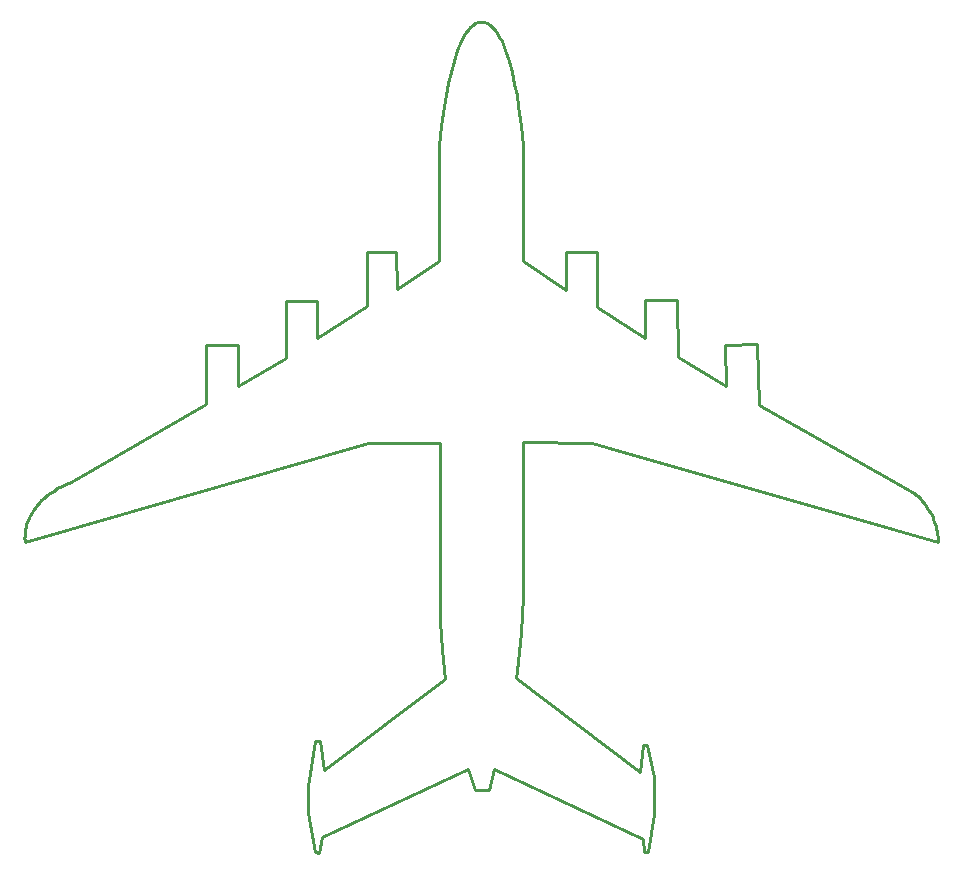
<source format=gbr>
%TF.GenerationSoftware,KiCad,Pcbnew,(6.99.0-2103-gdc6c27b686)*%
%TF.CreationDate,2022-06-22T12:37:10-05:00*%
%TF.ProjectId,an225,616e3232-352e-46b6-9963-61645f706362,rev?*%
%TF.SameCoordinates,Original*%
%TF.FileFunction,Profile,NP*%
%FSLAX46Y46*%
G04 Gerber Fmt 4.6, Leading zero omitted, Abs format (unit mm)*
G04 Created by KiCad (PCBNEW (6.99.0-2103-gdc6c27b686)) date 2022-06-22 12:37:10*
%MOMM*%
%LPD*%
G01*
G04 APERTURE LIST*
%TA.AperFunction,Profile*%
%ADD10C,0.264583*%
%TD*%
G04 APERTURE END LIST*
D10*
X128103162Y-90501286D02*
X99056826Y-98883786D01*
X128103162Y-90501286D02*
X128103162Y-90501286D01*
X134174212Y-90501286D02*
X128103162Y-90501286D01*
X134174212Y-90501286D02*
X134174212Y-90501286D01*
X134174212Y-103618092D02*
X134174212Y-90501286D01*
X134174212Y-103618092D02*
X134174212Y-103618092D01*
X134175253Y-104071356D02*
X134174212Y-103618092D01*
X134187757Y-104568107D02*
X134175253Y-104071356D01*
X134240789Y-105651926D02*
X134187757Y-104568107D01*
X134320582Y-106789268D02*
X134240789Y-105651926D01*
X134414409Y-107899849D02*
X134320582Y-106789268D01*
X134593250Y-109719596D02*
X134414409Y-107899849D01*
X134675490Y-110468903D02*
X134593250Y-109719596D01*
X134675490Y-110468903D02*
X134675490Y-110468903D01*
X124371421Y-118210884D02*
X134675490Y-110468903D01*
X124371421Y-118210884D02*
X124371421Y-118210884D01*
X124037236Y-115732335D02*
X124371421Y-118210884D01*
X124037236Y-115732335D02*
X124037236Y-115732335D01*
X123647353Y-115732335D02*
X124037236Y-115732335D01*
X123647353Y-115732335D02*
X123647353Y-115732335D01*
X123006833Y-119575474D02*
X123647353Y-115732335D01*
X123006833Y-119575474D02*
X123006833Y-119575474D01*
X123006833Y-121803379D02*
X123006833Y-119575474D01*
X123006833Y-121803379D02*
X123006833Y-121803379D01*
X123647353Y-125145237D02*
X123006833Y-121803379D01*
X123647353Y-125145237D02*
X123647353Y-125145237D01*
X124009387Y-125173085D02*
X123647353Y-125145237D01*
X124009387Y-125173085D02*
X124009387Y-125173085D01*
X124232177Y-123864193D02*
X124009387Y-125173085D01*
X124232177Y-123864193D02*
X124232177Y-123864193D01*
X136597064Y-118127339D02*
X124232177Y-123864193D01*
X136597064Y-118127339D02*
X136597064Y-118127339D01*
X137209735Y-119881817D02*
X136597064Y-118127339D01*
X137209735Y-119881817D02*
X137209735Y-119881817D01*
X138379382Y-119853970D02*
X137209735Y-119881817D01*
X138379382Y-119853970D02*
X138379382Y-119853970D01*
X138769267Y-118127339D02*
X138379382Y-119853970D01*
X138769267Y-118127339D02*
X138769267Y-118127339D01*
X151412639Y-124003437D02*
X138769267Y-118127339D01*
X151412639Y-124003437D02*
X151412639Y-124003437D01*
X151496184Y-125117390D02*
X151412639Y-124003437D01*
X151496184Y-125117390D02*
X151496184Y-125117390D01*
X151858218Y-125089543D02*
X151496184Y-125117390D01*
X151858218Y-125089543D02*
X151858218Y-125089543D01*
X152359496Y-121886929D02*
X151858218Y-125089543D01*
X152359496Y-121886929D02*
X152359496Y-121886929D01*
X152303798Y-118795704D02*
X152359496Y-121886929D01*
X152303798Y-118795704D02*
X152303798Y-118795704D01*
X151746825Y-116038674D02*
X152303798Y-118795704D01*
X151746825Y-116038674D02*
X151746825Y-116038674D01*
X151412639Y-116038674D02*
X151746825Y-116038674D01*
X151412639Y-116038674D02*
X151412639Y-116038674D01*
X151162002Y-118377976D02*
X151412639Y-116038674D01*
X151162002Y-118377976D02*
X151162002Y-118377976D01*
X140690837Y-110357514D02*
X151162002Y-118377976D01*
X140690837Y-110357514D02*
X140690837Y-110357514D01*
X140763941Y-109816473D02*
X140690837Y-110357514D01*
X140852709Y-108927213D02*
X140763941Y-109816473D01*
X141045909Y-106622285D02*
X140852709Y-108927213D01*
X141275661Y-103534542D02*
X141045909Y-106622285D01*
X141275661Y-103534542D02*
X141275661Y-103534542D01*
X141219966Y-90445588D02*
X141275661Y-103534542D01*
X141219966Y-90445588D02*
X141219966Y-90445588D01*
X147123916Y-90501286D02*
X141219966Y-90445588D01*
X147123916Y-90501286D02*
X147123916Y-90501286D01*
X176365203Y-98883786D02*
X147123916Y-90501286D01*
X176365203Y-98883786D02*
X176365203Y-98883786D01*
X176364271Y-98646464D02*
X176365203Y-98883786D01*
X176351550Y-98414965D02*
X176364271Y-98646464D01*
X176327814Y-98189402D02*
X176351550Y-98414965D01*
X176293839Y-97969887D02*
X176327814Y-98189402D01*
X176250400Y-97756532D02*
X176293839Y-97969887D01*
X176198272Y-97549449D02*
X176250400Y-97756532D01*
X176138229Y-97348750D02*
X176198272Y-97549449D01*
X176071048Y-97154547D02*
X176138229Y-97348750D01*
X175997503Y-96966953D02*
X176071048Y-97154547D01*
X175918369Y-96786080D02*
X175997503Y-96966953D01*
X175834421Y-96612040D02*
X175918369Y-96786080D01*
X175746435Y-96444945D02*
X175834421Y-96612040D01*
X175655185Y-96284908D02*
X175746435Y-96444945D01*
X175561447Y-96132040D02*
X175655185Y-96284908D01*
X175465995Y-95986454D02*
X175561447Y-96132040D01*
X175369605Y-95848262D02*
X175465995Y-95986454D01*
X175177111Y-95594508D02*
X175369605Y-95848262D01*
X174990165Y-95371676D02*
X175177111Y-95594508D01*
X174814967Y-95180664D02*
X174990165Y-95371676D01*
X174657719Y-95022369D02*
X174814967Y-95180664D01*
X174524622Y-94897688D02*
X174657719Y-95022369D01*
X174421875Y-94807519D02*
X174524622Y-94897688D01*
X174332236Y-94734307D02*
X174421875Y-94807519D01*
X174332236Y-94734307D02*
X174332236Y-94734307D01*
X161215430Y-87242966D02*
X174332236Y-94734307D01*
X161215430Y-87242966D02*
X161215430Y-87242966D01*
X161076186Y-82146626D02*
X161215430Y-87242966D01*
X161076186Y-82146626D02*
X161076186Y-82146626D01*
X158374850Y-82174477D02*
X161076186Y-82146626D01*
X158374850Y-82174477D02*
X158374850Y-82174477D01*
X158430549Y-85683428D02*
X158374850Y-82174477D01*
X158430549Y-85683428D02*
X158430549Y-85683428D01*
X154364615Y-83232731D02*
X158430549Y-85683428D01*
X154364615Y-83232731D02*
X154364615Y-83232731D01*
X154308917Y-78359187D02*
X154364615Y-83232731D01*
X154308917Y-78359187D02*
X154308917Y-78359187D01*
X151579730Y-78359187D02*
X154308917Y-78359187D01*
X151579730Y-78359187D02*
X151579730Y-78359187D01*
X151607581Y-81617501D02*
X151579730Y-78359187D01*
X151607581Y-81617501D02*
X151607581Y-81617501D01*
X147541648Y-78944010D02*
X151607581Y-81617501D01*
X147541648Y-78944010D02*
X147541648Y-78944010D01*
X147513797Y-74348952D02*
X147541648Y-78944010D01*
X147513797Y-74348952D02*
X147513797Y-74348952D01*
X144868159Y-74348952D02*
X147513797Y-74348952D01*
X144868159Y-74348952D02*
X144868159Y-74348952D01*
X144868159Y-77523722D02*
X144868159Y-74348952D01*
X144868159Y-77523722D02*
X144868159Y-77523722D01*
X141247813Y-75073023D02*
X144868159Y-77523722D01*
X141247813Y-75073023D02*
X141247813Y-75073023D01*
X141247813Y-65270231D02*
X141247813Y-75073023D01*
X141247813Y-65270231D02*
X141247813Y-65270231D01*
X141082895Y-63642379D02*
X141247813Y-65270231D01*
X140855697Y-61973243D02*
X141082895Y-63642379D01*
X140699775Y-61031530D02*
X140855697Y-61973243D01*
X140513297Y-60059016D02*
X140699775Y-61031530D01*
X140294510Y-59086177D02*
X140513297Y-60059016D01*
X140041661Y-58143484D02*
X140294510Y-59086177D01*
X139752994Y-57261411D02*
X140041661Y-58143484D01*
X139426755Y-56470432D02*
X139752994Y-57261411D01*
X139248999Y-56118626D02*
X139426755Y-56470432D01*
X139061191Y-55801020D02*
X139248999Y-56118626D01*
X138863114Y-55521424D02*
X139061191Y-55801020D01*
X138654548Y-55283647D02*
X138863114Y-55521424D01*
X138435273Y-55091499D02*
X138654548Y-55283647D01*
X138205070Y-54948788D02*
X138435273Y-55091499D01*
X137963721Y-54859324D02*
X138205070Y-54948788D01*
X137711005Y-54826916D02*
X137963721Y-54859324D01*
X137711005Y-54826916D02*
X137711005Y-54826916D01*
X137458210Y-54854504D02*
X137711005Y-54826916D01*
X137216627Y-54939922D02*
X137458210Y-54854504D01*
X136986049Y-55079322D02*
X137216627Y-54939922D01*
X136766266Y-55268853D02*
X136986049Y-55079322D01*
X136557070Y-55504665D02*
X136766266Y-55268853D01*
X136358250Y-55782907D02*
X136557070Y-55504665D01*
X136169598Y-56099731D02*
X136358250Y-55782907D01*
X135990905Y-56451286D02*
X136169598Y-56099731D01*
X135662560Y-57243190D02*
X135990905Y-56451286D01*
X135371541Y-58127819D02*
X135662560Y-57243190D01*
X135116177Y-59074374D02*
X135371541Y-58127819D01*
X134894794Y-60052054D02*
X135116177Y-59074374D01*
X134705720Y-61030061D02*
X134894794Y-60052054D01*
X134547282Y-61977595D02*
X134705720Y-61030061D01*
X134315626Y-63658044D02*
X134547282Y-61977595D01*
X134146358Y-65298080D02*
X134315626Y-63658044D01*
X134146358Y-65298080D02*
X134146358Y-65298080D01*
X134146358Y-75045172D02*
X134146358Y-65298080D01*
X134146358Y-75045172D02*
X134146358Y-75045172D01*
X130581710Y-77468022D02*
X134146358Y-75045172D01*
X130581710Y-77468022D02*
X130581710Y-77468022D01*
X130526011Y-74348952D02*
X130581710Y-77468022D01*
X130526011Y-74348952D02*
X130526011Y-74348952D01*
X128075313Y-74348952D02*
X130526011Y-74348952D01*
X128075313Y-74348952D02*
X128075313Y-74348952D01*
X128075313Y-78860464D02*
X128075313Y-74348952D01*
X128075313Y-78860464D02*
X128075313Y-78860464D01*
X123842286Y-81617503D02*
X128075313Y-78860464D01*
X123842286Y-81617503D02*
X123842286Y-81617503D01*
X123842286Y-78470583D02*
X123842286Y-81617503D01*
X123842286Y-78470583D02*
X123842286Y-78470583D01*
X121168799Y-78442732D02*
X123842286Y-78470583D01*
X121168799Y-78442732D02*
X121168799Y-78442732D01*
X121140950Y-83288432D02*
X121168799Y-78442732D01*
X121140950Y-83288432D02*
X121140950Y-83288432D01*
X117130721Y-85711281D02*
X121140950Y-83288432D01*
X117130721Y-85711281D02*
X117130721Y-85711281D01*
X117075025Y-82202328D02*
X117130721Y-85711281D01*
X117075025Y-82202328D02*
X117075025Y-82202328D01*
X114373688Y-82230179D02*
X117075025Y-82202328D01*
X114373688Y-82230179D02*
X114373688Y-82230179D01*
X114401536Y-87215123D02*
X114373688Y-82230179D01*
X114401536Y-87215123D02*
X114401536Y-87215123D01*
X102955659Y-93787449D02*
X114401536Y-87215123D01*
X102955659Y-93787449D02*
X102955659Y-93787449D01*
X102552443Y-93958881D02*
X102955659Y-93787449D01*
X102177579Y-94138401D02*
X102552443Y-93958881D01*
X101830047Y-94325121D02*
X102177579Y-94138401D01*
X101508827Y-94518154D02*
X101830047Y-94325121D01*
X101212900Y-94716612D02*
X101508827Y-94518154D01*
X100941244Y-94919609D02*
X101212900Y-94716612D01*
X100692842Y-95126257D02*
X100941244Y-94919609D01*
X100466673Y-95335669D02*
X100692842Y-95126257D01*
X100261716Y-95546957D02*
X100466673Y-95335669D01*
X100076952Y-95759235D02*
X100261716Y-95546957D01*
X99911362Y-95971614D02*
X100076952Y-95759235D01*
X99763925Y-96183209D02*
X99911362Y-95971614D01*
X99633622Y-96393131D02*
X99763925Y-96183209D01*
X99519432Y-96600493D02*
X99633622Y-96393131D01*
X99420336Y-96804408D02*
X99519432Y-96600493D01*
X99335315Y-97003988D02*
X99420336Y-96804408D01*
X99263347Y-97198347D02*
X99335315Y-97003988D01*
X99203413Y-97386597D02*
X99263347Y-97198347D01*
X99154494Y-97567851D02*
X99203413Y-97386597D01*
X99115570Y-97741221D02*
X99154494Y-97567851D01*
X99063625Y-98060762D02*
X99115570Y-97741221D01*
X99039421Y-98338122D02*
X99063625Y-98060762D01*
X99034797Y-98566203D02*
X99039421Y-98338122D01*
X99041596Y-98737905D02*
X99034797Y-98566203D01*
X99056826Y-98883786D02*
X99041596Y-98737905D01*
M02*

</source>
